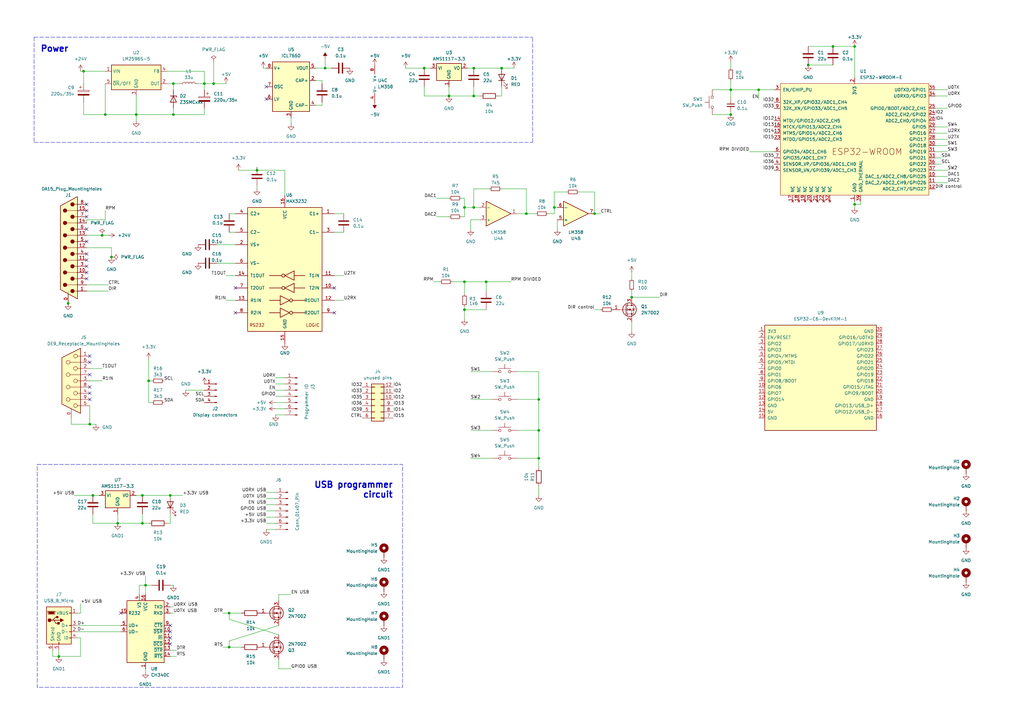
<source format=kicad_sch>
(kicad_sch (version 20231120) (generator "eeschema") (generator_version "8.0")
  (paper "A3")
  (title_block (title "BLDC_driver") (company "Hubert Kolano"))
  (junction (at 341.63 19.05))
  (junction (at 59.69 240.03))
  (junction (at 220.98 187.96))
  (junction (at 243.84 87.63))
  (junction (at 173.99 27.94))
  (junction (at 71.12 46.99))
  (junction (at 190.5 85.09))
  (junction (at 190.5 115.57))
  (junction (at 58.42 214.63))
  (junction (at 194.31 85.09))
  (junction (at 105.41 69.85))
  (junction (at 69.85 203.2))
  (junction (at 41.91 96.52))
  (junction (at 87.63 34.29))
  (junction (at 38.1 203.2))
  (junction (at 60.96 156.21))
  (junction (at 83.82 34.29))
  (junction (at 259.08 121.92))
  (junction (at 133.35 27.94))
  (junction (at 220.98 176.53))
  (junction (at 311.15 36.83))
  (junction (at 350.52 19.05))
  (junction (at 71.12 34.29))
  (junction (at 27.94 124.46))
  (junction (at 299.72 46.99))
  (junction (at 45.72 105.41))
  (junction (at 215.9 87.63))
  (junction (at 184.15 39.37))
  (junction (at 350.52 83.82))
  (junction (at 299.72 36.83))
  (junction (at 194.31 27.94))
  (junction (at 55.88 46.99))
  (junction (at 24.13 269.24))
  (junction (at 227.33 85.09))
  (junction (at 48.26 214.63))
  (junction (at 194.31 39.37))
  (junction (at 34.29 29.21))
  (junction (at 36.83 173.99))
  (junction (at 190.5 127))
  (junction (at 93.98 265.43))
  (junction (at 331.47 26.67))
  (junction (at 58.42 203.2))
  (junction (at 43.18 46.99))
  (junction (at 199.39 115.57))
  (junction (at 93.98 251.46))
  (junction (at 205.74 27.94))
  (junction (at 220.98 163.83))
  (no_connect (at 137.16 118.11))
  (no_connect (at 35.56 93.98))
  (no_connect (at 96.52 118.11))
  (no_connect (at 36.83 148.59))
  (no_connect (at 36.83 161.29))
  (no_connect (at 35.56 86.36))
  (no_connect (at 35.56 111.76))
  (no_connect (at 35.56 99.06))
  (no_connect (at 36.83 163.83))
  (no_connect (at 35.56 88.9))
  (no_connect (at 137.16 128.27))
  (no_connect (at 49.53 251.46))
  (no_connect (at 35.56 114.3))
  (no_connect (at 36.83 146.05))
  (no_connect (at 69.85 259.08))
  (no_connect (at 36.83 158.75))
  (no_connect (at 96.52 128.27))
  (no_connect (at 69.85 256.54))
  (no_connect (at 35.56 109.22))
  (no_connect (at 109.22 40.64))
  (no_connect (at 35.56 83.82))
  (no_connect (at 69.85 261.62))
  (no_connect (at 35.56 104.14))
  (no_connect (at 109.22 35.56))
  (no_connect (at 35.56 106.68))
  (no_connect (at 69.85 264.16))
  (no_connect (at 36.83 153.67))
  (wire (pts (xy 93.98 254) (xy 114.3 260.35)))
  (wire (pts (xy 215.9 87.63) (xy 219.71 87.63)))
  (wire (pts (xy 87.63 34.29) (xy 92.71 34.29)))
  (wire (pts (xy 204.47 39.37) (xy 205.74 39.37)))
  (wire (pts (xy 21.59 269.24) (xy 24.13 269.24)))
  (wire (pts (xy 72.39 266.7) (xy 69.85 266.7)))
  (wire (pts (xy 55.88 39.37) (xy 55.88 46.99)))
  (wire (pts (xy 299.72 33.02) (xy 299.72 36.83)))
  (wire (pts (xy 69.85 203.2) (xy 74.93 203.2)))
  (wire (pts (xy 133.35 27.94) (xy 135.89 27.94)))
  (wire (pts (xy 36.83 151.13) (xy 41.91 151.13)))
  (wire (pts (xy 137.16 113.03) (xy 140.97 113.03)))
  (wire (pts (xy 38.1 214.63) (xy 48.26 214.63)))
  (wire (pts (xy 109.22 207.01) (xy 113.03 207.01)))
  (wire (pts (xy 97.79 69.85) (xy 105.41 69.85)))
  (wire (pts (xy 243.84 87.63) (xy 243.84 78.74)))
  (wire (pts (xy 388.62 44.45) (xy 383.54 44.45)))
  (wire (pts (xy 96.52 95.25) (xy 93.98 95.25)))
  (wire (pts (xy 232.41 78.74) (xy 227.33 78.74)))
  (wire (pts (xy 190.5 115.57) (xy 199.39 115.57)))
  (wire (pts (xy 33.02 261.62) (xy 31.75 261.62)))
  (wire (pts (xy 60.96 147.32) (xy 60.96 156.21)))
  (wire (pts (xy 173.99 27.94) (xy 176.53 27.94)))
  (wire (pts (xy 116.84 80.01) (xy 116.84 69.85)))
  (wire (pts (xy 36.83 156.21) (xy 41.91 156.21)))
  (wire (pts (xy 57.15 240.03) (xy 59.69 240.03)))
  (wire (pts (xy 353.06 83.82) (xy 353.06 82.55)))
  (wire (pts (xy 383.54 69.85) (xy 388.62 69.85)))
  (wire (pts (xy 109.22 212.09) (xy 113.03 212.09)))
  (wire (pts (xy 68.58 214.63) (xy 69.85 214.63)))
  (wire (pts (xy 132.08 33.02) (xy 132.08 34.29)))
  (wire (pts (xy 193.04 187.96) (xy 201.93 187.96)))
  (wire (pts (xy 220.98 176.53) (xy 220.98 187.96)))
  (wire (pts (xy 114.3 246.38) (xy 114.3 243.84)))
  (wire (pts (xy 299.72 25.4) (xy 299.72 27.94)))
  (wire (pts (xy 194.31 27.94) (xy 205.74 27.94)))
  (wire (pts (xy 350.52 19.05) (xy 350.52 31.75)))
  (wire (pts (xy 383.54 74.93) (xy 388.62 74.93)))
  (wire (pts (xy 220.98 163.83) (xy 220.98 152.4)))
  (polyline (pts (xy 13.97 15.24) (xy 218.44 15.24)) (stroke (width 0) (type dash)))
  (wire (pts (xy 58.42 214.63) (xy 58.42 210.82)))
  (wire (pts (xy 194.31 85.09) (xy 196.85 85.09)))
  (wire (pts (xy 68.58 34.29) (xy 71.12 34.29)))
  (wire (pts (xy 140.97 87.63) (xy 137.16 87.63)))
  (wire (pts (xy 59.69 240.03) (xy 62.23 240.03)))
  (wire (pts (xy 31.75 259.08) (xy 49.53 259.08)))
  (wire (pts (xy 113.03 165.1) (xy 116.84 165.1)))
  (polyline (pts (xy 218.44 58.42) (xy 218.44 15.24)) (stroke (width 0) (type dash)))
  (wire (pts (xy 179.07 81.28) (xy 184.15 81.28)))
  (wire (pts (xy 205.74 27.94) (xy 210.82 27.94)))
  (wire (pts (xy 31.75 256.54) (xy 49.53 256.54)))
  (wire (pts (xy 36.83 173.99) (xy 36.83 166.37)))
  (wire (pts (xy 199.39 115.57) (xy 209.55 115.57)))
  (wire (pts (xy 113.03 160.02) (xy 116.84 160.02)))
  (wire (pts (xy 129.54 33.02) (xy 132.08 33.02)))
  (wire (pts (xy 212.09 187.96) (xy 220.98 187.96)))
  (wire (pts (xy 383.54 36.83) (xy 388.62 36.83)))
  (wire (pts (xy 190.5 125.73) (xy 190.5 127)))
  (wire (pts (xy 224.79 87.63) (xy 227.33 87.63)))
  (wire (pts (xy 350.52 82.55) (xy 350.52 83.82)))
  (wire (pts (xy 311.15 40.64) (xy 311.15 36.83)))
  (wire (pts (xy 184.15 39.37) (xy 194.31 39.37)))
  (wire (pts (xy 317.5 62.23) (xy 307.34 62.23)))
  (wire (pts (xy 194.31 39.37) (xy 196.85 39.37)))
  (wire (pts (xy 166.37 27.94) (xy 173.99 27.94)))
  (wire (pts (xy 71.12 44.45) (xy 71.12 46.99)))
  (wire (pts (xy 31.75 251.46) (xy 33.02 251.46)))
  (wire (pts (xy 383.54 64.77) (xy 386.08 64.77)))
  (wire (pts (xy 193.04 152.4) (xy 201.93 152.4)))
  (wire (pts (xy 93.98 262.89) (xy 114.3 256.54)))
  (wire (pts (xy 34.29 46.99) (xy 43.18 46.99)))
  (wire (pts (xy 227.33 78.74) (xy 227.33 85.09)))
  (wire (pts (xy 29.21 171.45) (xy 29.21 173.99)))
  (wire (pts (xy 205.74 39.37) (xy 205.74 35.56)))
  (wire (pts (xy 72.39 269.24) (xy 69.85 269.24)))
  (wire (pts (xy 92.71 123.19) (xy 96.52 123.19)))
  (wire (pts (xy 76.2 160.02) (xy 83.82 160.02)))
  (wire (pts (xy 35.56 116.84) (xy 44.45 116.84)))
  (wire (pts (xy 114.3 243.84) (xy 119.38 243.84)))
  (wire (pts (xy 71.12 46.99) (xy 83.82 46.99)))
  (wire (pts (xy 96.52 107.95) (xy 88.9 107.95)))
  (wire (pts (xy 113.03 162.56) (xy 116.84 162.56)))
  (wire (pts (xy 38.1 210.82) (xy 38.1 214.63)))
  (wire (pts (xy 35.56 96.52) (xy 41.91 96.52)))
  (wire (pts (xy 33.02 261.62) (xy 33.02 269.24)))
  (wire (pts (xy 60.96 156.21) (xy 62.23 156.21)))
  (wire (pts (xy 96.52 100.33) (xy 88.9 100.33)))
  (wire (pts (xy 243.84 78.74) (xy 237.49 78.74)))
  (wire (pts (xy 228.6 90.17) (xy 228.6 93.98)))
  (wire (pts (xy 69.85 214.63) (xy 69.85 210.82)))
  (wire (pts (xy 388.62 39.37) (xy 383.54 39.37)))
  (wire (pts (xy 193.04 176.53) (xy 201.93 176.53)))
  (wire (pts (xy 30.48 203.2) (xy 38.1 203.2)))
  (wire (pts (xy 199.39 115.57) (xy 199.39 119.38)))
  (wire (pts (xy 55.88 46.99) (xy 55.88 49.53)))
  (wire (pts (xy 45.72 101.6) (xy 45.72 105.41)))
  (polyline (pts (xy 13.97 58.42) (xy 218.44 58.42)) (stroke (width 0) (type dash)))
  (wire (pts (xy 200.66 77.47) (xy 194.31 77.47)))
  (wire (pts (xy 383.54 52.07) (xy 388.62 52.07)))
  (wire (pts (xy 177.8 115.57) (xy 180.34 115.57)))
  (wire (pts (xy 105.41 69.85) (xy 116.84 69.85)))
  (wire (pts (xy 220.98 187.96) (xy 220.98 191.77)))
  (wire (pts (xy 58.42 214.63) (xy 60.96 214.63)))
  (wire (pts (xy 34.29 29.21) (xy 43.18 29.21)))
  (wire (pts (xy 114.3 274.32) (xy 119.38 274.32)))
  (wire (pts (xy 21.59 266.7) (xy 21.59 269.24)))
  (wire (pts (xy 41.91 96.52) (xy 44.45 96.52)))
  (wire (pts (xy 259.08 121.92) (xy 270.51 121.92)))
  (wire (pts (xy 71.12 34.29) (xy 71.12 36.83)))
  (wire (pts (xy 331.47 19.05) (xy 341.63 19.05)))
  (wire (pts (xy 93.98 265.43) (xy 99.06 265.43)))
  (wire (pts (xy 105.41 77.47) (xy 105.41 76.2)))
  (wire (pts (xy 83.82 44.45) (xy 83.82 46.99)))
  (wire (pts (xy 60.96 156.21) (xy 60.96 165.1)))
  (wire (pts (xy 113.03 170.18) (xy 116.84 170.18)))
  (wire (pts (xy 93.98 251.46) (xy 99.06 251.46)))
  (wire (pts (xy 38.1 203.2) (xy 40.64 203.2)))
  (wire (pts (xy 33.02 247.65) (xy 33.02 251.46)))
  (wire (pts (xy 194.31 39.37) (xy 194.31 35.56)))
  (wire (pts (xy 43.18 86.36) (xy 43.18 90.17)))
  (wire (pts (xy 81.28 34.29) (xy 83.82 34.29)))
  (wire (pts (xy 341.63 19.05) (xy 350.52 19.05)))
  (wire (pts (xy 299.72 36.83) (xy 299.72 40.64)))
  (wire (pts (xy 191.77 27.94) (xy 194.31 27.94)))
  (wire (pts (xy 311.15 36.83) (xy 317.5 36.83)))
  (wire (pts (xy 57.15 243.84) (xy 57.15 240.03)))
  (wire (pts (xy 33.02 269.24) (xy 24.13 269.24)))
  (wire (pts (xy 383.54 72.39) (xy 388.62 72.39)))
  (wire (pts (xy 383.54 67.31) (xy 386.08 67.31)))
  (wire (pts (xy 292.1 36.83) (xy 299.72 36.83)))
  (wire (pts (xy 24.13 266.7) (xy 24.13 269.24)))
  (wire (pts (xy 173.99 39.37) (xy 184.15 39.37)))
  (wire (pts (xy 69.85 251.46) (xy 71.12 251.46)))
  (wire (pts (xy 113.03 167.64) (xy 116.84 167.64)))
  (wire (pts (xy 109.22 201.93) (xy 113.03 201.93)))
  (wire (pts (xy 299.72 36.83) (xy 311.15 36.83)))
  (wire (pts (xy 196.85 90.17) (xy 193.04 90.17)))
  (wire (pts (xy 220.98 199.39) (xy 220.98 203.2)))
  (wire (pts (xy 140.97 95.25) (xy 137.16 95.25)))
  (wire (pts (xy 105.41 69.85) (xy 105.41 68.58)))
  (wire (pts (xy 109.22 214.63) (xy 113.03 214.63)))
  (wire (pts (xy 132.08 43.18) (xy 132.08 41.91)))
  (wire (pts (xy 36.83 173.99) (xy 39.37 173.99)))
  (wire (pts (xy 383.54 59.69) (xy 388.62 59.69)))
  (wire (pts (xy 299.72 45.72) (xy 299.72 46.99)))
  (wire (pts (xy 71.12 34.29) (xy 73.66 34.29)))
  (wire (pts (xy 113.03 157.48) (xy 116.84 157.48)))
  (wire (pts (xy 55.88 203.2) (xy 58.42 203.2)))
  (wire (pts (xy 133.35 24.13) (xy 133.35 27.94)))
  (wire (pts (xy 35.56 119.38) (xy 44.45 119.38)))
  (wire (pts (xy 215.9 87.63) (xy 212.09 87.63)))
  (wire (pts (xy 190.5 127) (xy 190.5 130.81)))
  (wire (pts (xy 60.96 165.1) (xy 62.23 165.1)))
  (wire (pts (xy 193.04 163.83) (xy 201.93 163.83)))
  (wire (pts (xy 190.5 88.9) (xy 190.5 85.09)))
  (wire (pts (xy 173.99 35.56) (xy 173.99 39.37)))
  (wire (pts (xy 350.52 83.82) (xy 350.52 85.09)))
  (wire (pts (xy 68.58 29.21) (xy 83.82 29.21)))
  (wire (pts (xy 212.09 163.83) (xy 220.98 163.83)))
  (wire (pts (xy 383.54 54.61) (xy 388.62 54.61)))
  (wire (pts (xy 113.03 154.94) (xy 116.84 154.94)))
  (wire (pts (xy 33.02 29.21) (xy 34.29 29.21)))
  (wire (pts (xy 59.69 274.32) (xy 59.69 275.59)))
  (wire (pts (xy 190.5 115.57) (xy 190.5 120.65)))
  (wire (pts (xy 109.22 217.17) (xy 113.03 217.17)))
  (wire (pts (xy 199.39 127) (xy 190.5 127)))
  (wire (pts (xy 58.42 203.2) (xy 69.85 203.2)))
  (wire (pts (xy 29.21 173.99) (xy 36.83 173.99)))
  (wire (pts (xy 55.88 46.99) (xy 71.12 46.99)))
  (wire (pts (xy 87.63 25.4) (xy 87.63 34.29)))
  (wire (pts (xy 83.82 34.29) (xy 87.63 34.29)))
  (wire (pts (xy 83.82 34.29) (xy 83.82 36.83)))
  (wire (pts (xy 205.74 77.47) (xy 215.9 77.47)))
  (wire (pts (xy 92.71 113.03) (xy 96.52 113.03)))
  (wire (pts (xy 212.09 176.53) (xy 220.98 176.53)))
  (wire (pts (xy 179.07 88.9) (xy 184.15 88.9)))
  (wire (pts (xy 109.22 204.47) (xy 113.03 204.47)))
  (wire (pts (xy 27.94 119.38) (xy 27.94 124.46)))
  (wire (pts (xy 228.6 85.09) (xy 227.33 85.09)))
  (wire (pts (xy 259.08 119.38) (xy 259.08 121.92)))
  (wire (pts (xy 96.52 87.63) (xy 93.98 87.63)))
  (wire (pts (xy 91.44 265.43) (xy 93.98 265.43)))
  (wire (pts (xy 69.85 248.92) (xy 71.12 248.92)))
  (wire (pts (xy 43.18 90.17) (xy 35.56 90.17)))
  (wire (pts (xy 227.33 87.63) (xy 227.33 85.09)))
  (wire (pts (xy 83.82 29.21) (xy 83.82 34.29)))
  (wire (pts (xy 59.69 240.03) (xy 59.69 243.84)))
  (wire (pts (xy 189.23 88.9) (xy 190.5 88.9)))
  (wire (pts (xy 48.26 214.63) (xy 58.42 214.63)))
  (wire (pts (xy 59.69 236.22) (xy 59.69 240.03)))
  (wire (pts (xy 194.31 77.47) (xy 194.31 85.09)))
  (wire (pts (xy 91.44 251.46) (xy 93.98 251.46)))
  (wire (pts (xy 184.15 35.56) (xy 184.15 39.37)))
  (wire (pts (xy 43.18 46.99) (xy 55.88 46.99)))
  (polyline (pts (xy 13.97 15.24) (xy 13.97 58.42)) (stroke (width 0) (type dash)))
  (wire (pts (xy 119.38 48.26) (xy 119.38 50.8)))
  (wire (pts (xy 137.16 123.19) (xy 140.97 123.19)))
  (wire (pts (xy 259.08 111.76) (xy 259.08 114.3)))
  (wire (pts (xy 220.98 152.4) (xy 212.09 152.4)))
  (wire (pts (xy 93.98 251.46) (xy 93.98 254)))
  (wire (pts (xy 109.22 209.55) (xy 113.03 209.55)))
  (wire (pts (xy 331.47 26.67) (xy 341.63 26.67)))
  (wire (pts (xy 259.08 132.08) (xy 259.08 135.89)))
  (wire (pts (xy 129.54 43.18) (xy 132.08 43.18)))
  (wire (pts (xy 243.84 127) (xy 246.38 127)))
  (wire (pts (xy 34.29 29.21) (xy 34.29 34.29)))
  (wire (pts (xy 35.56 90.17) (xy 35.56 91.44)))
  (wire (pts (xy 35.56 101.6) (xy 45.72 101.6)))
  (wire (pts (xy 107.95 27.94) (xy 109.22 27.94)))
  (wire (pts (xy 215.9 77.47) (xy 215.9 87.63)))
  (wire (pts (xy 243.84 87.63) (xy 246.38 87.63)))
  (wire (pts (xy 190.5 81.28) (xy 190.5 85.09)))
  (wire (pts (xy 292.1 46.99) (xy 299.72 46.99)))
  (wire (pts (xy 189.23 81.28) (xy 190.5 81.28)))
  (wire (pts (xy 220.98 176.53) (xy 220.98 163.83)))
  (wire (pts (xy 48.26 210.82) (xy 48.26 214.63)))
  (wire (pts (xy 114.3 270.51) (xy 114.3 274.32)))
  (wire (pts (xy 383.54 62.23) (xy 388.62 62.23)))
  (wire (pts (xy 190.5 85.09) (xy 194.31 85.09)))
  (wire (pts (xy 185.42 115.57) (xy 190.5 115.57)))
  (wire (pts (xy 383.54 57.15) (xy 388.62 57.15)))
  (wire (pts (xy 34.29 41.91) (xy 34.29 46.99)))
  (wire (pts (xy 71.12 240.03) (xy 69.85 240.03)))
  (wire (pts (xy 93.98 265.43) (xy 93.98 262.89)))
  (wire (pts (xy 43.18 34.29) (xy 43.18 46.99)))
  (wire (pts (xy 193.04 90.17) (xy 193.04 93.98)))
  (wire (pts (xy 350.52 83.82) (xy 353.06 83.82)))
  (wire (pts (xy 129.54 27.94) (xy 133.35 27.94)))
  (rectangle (start 15.24 190.5) (end 165.1 281.94) (stroke (width 0) (type dash)))
  (rectangle (start 153.67 278.13) (end 153.67 278.13))
  (text "USB programmer\ncircuit" (at 161.29 204.47 0) (effects (font (size 2.5 2.5) (thickness 0.5) (bold yes)) (justify right bottom)))
  (text "Power" (at 16.51 21.59 0) (effects (font (size 2.5 2.5) (thickness 0.5) (bold yes)) (justify left bottom)))
  (label "+5V USB" (at 30.48 203.2 180))
  (label "EN" (at 311.15 40.64 180))
  (label "RPM" (at 177.8 115.57 180))
  (label "CTRL" (at 246.38 87.63 0))
  (label "RPM" (at 43.18 86.36 0))
  (label "DAC2" (at 179.07 88.9 180))
  (label "EN" (at 113.03 160.02 180))
  (label "U0RX USB" (at 71.12 248.92 0))
  (label "IO4" (at 161.29 158.75 0))
  (label "DAC1" (at 179.07 81.28 180))
  (label "DIR control" (at 383.54 77.47 0))
  (label "D-" (at 31.75 259.08 0))
  (label "IO15" (at 161.29 171.45 0))
  (label "SW4" (at 193.04 187.96 0))
  (label "U2TX" (at 140.97 113.03 0))
  (label "SDA" (at 83.82 165.1 180))
  (label "RPM DIVIDED" (at 209.55 115.57 0))
  (label "DAC2" (at 388.62 74.93 0))
  (label "U2RX" (at 140.97 123.19 0))
  (label "IO35" (at 317.5 64.77 180))
  (label "DIR" (at 44.45 119.38 0))
  (label "IO33" (at 317.5 44.45 180))
  (label "IO2" (at 383.54 46.99 0))
  (label "T1OUT" (at 41.91 151.13 0))
  (label "RTS" (at 91.44 265.43 180))
  (label "IO35" (at 148.59 163.83 180))
  (label "IO32" (at 317.5 41.91 180))
  (label "IO39" (at 148.59 168.91 180))
  (label "U0RX USB" (at 109.22 201.93 180))
  (label "IO14" (at 317.5 54.61 180))
  (label "R1IN" (at 41.91 156.21 0))
  (label "T1OUT" (at 92.71 113.03 180))
  (label "SCL" (at 83.82 162.56 180))
  (label "GPIO0" (at 388.62 44.45 0))
  (label "SCL" (at 386.08 67.31 0))
  (label "SCL" (at 67.31 156.21 0))
  (label "IO2" (at 161.29 161.29 0))
  (label "SW3" (at 193.04 176.53 0))
  (label "RTS" (at 72.39 269.24 0))
  (label "U2TX" (at 388.62 57.15 0))
  (label "+5V USB" (at 33.02 247.65 0))
  (label "U0TX" (at 388.62 36.83 0))
  (label "R1IN" (at 92.71 123.19 180))
  (label "IO32" (at 148.59 158.75 180))
  (label "IO12" (at 161.29 163.83 0))
  (label "SW1" (at 193.04 152.4 0))
  (label "IO13" (at 161.29 166.37 0))
  (label "U0TX USB" (at 71.12 251.46 0))
  (label "DIR control" (at 243.84 127 180))
  (label "U0RX" (at 113.03 154.94 180))
  (label "U0TX USB" (at 109.22 204.47 180))
  (label "IO15" (at 317.5 57.15 180))
  (label "IO36" (at 317.5 67.31 180))
  (label "SW4" (at 388.62 52.07 0))
  (label "GPIO0" (at 113.03 162.56 180))
  (label "SW1" (at 388.62 59.69 0))
  (label "GPIO0 USB" (at 109.22 209.55 180))
  (label "U0RX" (at 388.62 39.37 0))
  (label "U0TX" (at 113.03 157.48 180))
  (label "RPM DIVIDED" (at 307.34 62.23 180))
  (label "DTR" (at 72.39 266.7 0))
  (label "IO13" (at 317.5 52.07 180))
  (label "EN USB" (at 109.22 207.01 180))
  (label "IO36" (at 148.59 166.37 180))
  (label "IO14" (at 161.29 168.91 0))
  (label "SW2" (at 193.04 163.83 0))
  (label "SW3" (at 388.62 62.23 0))
  (label "IO12" (at 317.5 49.53 180))
  (label "+3.3V USB" (at 109.22 214.63 180))
  (label "SDA" (at 67.31 165.1 0))
  (label "SW2" (at 388.62 69.85 0))
  (label "EN USB" (at 119.38 243.84 0))
  (label "IO4" (at 383.54 49.53 0))
  (label "+5V USB" (at 109.22 212.09 180))
  (label "IO39" (at 317.5 69.85 180))
  (label "SDA" (at 386.08 64.77 0))
  (label "GPIO0 USB" (at 119.38 274.32 0))
  (label "+3.3V USB" (at 74.93 203.2 0))
  (label "+3.3V USB" (at 59.69 236.22 180))
  (label "DAC1" (at 388.62 72.39 0))
  (label "DTR" (at 91.44 251.46 180))
  (label "CTRL" (at 44.45 116.84 0))
  (label "U2RX" (at 388.62 54.61 0))
  (label "DIR" (at 270.51 121.92 0))
  (label "CTRL" (at 148.59 171.45 180))
  (label "D+" (at 31.75 256.54 0))
  (label "IO33" (at 148.59 161.29 180))
  (symbol (lib_id "Connector:DE9_Receptacle_MountingHoles") (at 29.21 156.21 0) (mirror y) (unit 1)
    (property "Reference" "J5" (at 34.29 138.43 0))
    (property "Value" "DE9_Receptacle_MountingHoles" (at 34.29 140.97 0))
    (property "Footprint" "Connector_Dsub:DSUB-9_Female_Vertical_P2.77x2.84mm_MountingHoles" (effects (hide yes)))
  )
  (symbol (lib_id "Device:C") (at 66.04 240.03 90) (unit 1)
    (property "Reference" "C19" (at 66.04 232.41 90))
    (property "Value" "0.1u" (at 66.04 234.95 90))
    (property "Footprint" "Capacitor_SMD:C_0603_1608Metric_Pad1.08x0.95mm_HandSolder" (effects (hide yes)))
  )
  (symbol (lib_id "power:GND1") (at 157.48 242.57 0) (mirror y) (unit 1)
    (property "Reference" "#PWR042" (effects (hide yes)))
    (property "Value" "GND1" (at 157.48 247.65 0))
  )
  (symbol (lib_id "Device:R_Small") (at 259.08 116.84 0) (unit 1)
    (property "Reference" "R10" (at 261.62 115.5699 0) (effects (justify left)))
    (property "Value" "100" (at 261.62 118.1099 0) (effects (justify left)))
    (property "Footprint" "Resistor_SMD:R_0402_1005Metric_Pad0.72x0.64mm_HandSolder" (effects (hide yes)))
  )
  (symbol (lib_id "power:PWR_FLAG") (at 41.91 96.52 0) (unit 1)
    (property "Reference" "#FLG02" (effects (hide yes)))
    (property "Value" "PWR_FLAG" (at 41.91 91.44 0))
  )
  (symbol (lib_id "Device:C_Polarized") (at 34.29 38.1 0) (unit 1)
    (property "Reference" "C9" (at 30.48 35.9409 0) (effects (justify right)))
    (property "Value" "220u/35v" (at 30.48 38.4809 0) (effects (justify right)))
    (property "Footprint" "Capacitor_THT:CP_Radial_D8.0mm_P3.50mm" (effects (hide yes)))
  )
  (symbol (lib_id "PCM_Espressif:ESP32-WROOM-E") (at 350.52 57.15 0) (unit 1)
    (property "Reference" "U1" (at 352.7141 29.21 0) (effects (justify left)))
    (property "Value" "ESP32-WROOM-E" (at 352.7141 31.75 0) (effects (justify left)))
    (property "Footprint" "PCM_Espressif:ESP32-WROOM-32E" (effects (hide yes)))
    (property "Datasheet" "https://www.espressif.com/sites/default/files/documentation/esp32-wroom-32e_esp32-wroom-32ue_datasheet_en.pdf" (effects (hide yes)))
    (property "Description" "ESP32-WROOM-32E integrates ESP32-D0WD-V3, with higher stability and safety performance." (effects (hide yes)))
  )
  (symbol (lib_id "Device:R_Small") (at 182.88 115.57 90) (unit 1)
    (property "Reference" "R1" (at 182.88 110.49 90))
    (property "Value" "10k" (at 182.88 113.03 90))
    (property "Footprint" "Resistor_THT:R_Axial_DIN0207_L6.3mm_D2.5mm_P10.16mm_Horizontal" (effects (hide yes)))
  )
  (symbol (lib_id "Mechanical:MountingHole_Pad") (at 396.24 222.25 0) (mirror y) (unit 1)
    (property "Reference" "H3" (at 393.7 219.7099 0) (effects (justify left)))
    (property "Value" "MountingHole" (at 393.7 222.2499 0) (effects (justify left)))
    (property "Footprint" "MountingHole:MountingHole_3.2mm_M3_Pad_Via" (effects (hide yes)))
  )
  (symbol (lib_id "power:+3.3V") (at 299.72 25.4 0) (unit 1)
    (property "Reference" "#PWR03" (effects (hide yes)))
    (property "Value" "+3.3V" (at 299.72 21.59 0))
  )
  (symbol (lib_id "Device:R_Small") (at 234.95 78.74 90) (unit 1)
    (property "Reference" "R6" (at 234.95 73.66 90))
    (property "Value" "10k" (at 234.95 76.2 90))
    (property "Footprint" "Resistor_SMD:R_0402_1005Metric_Pad0.72x0.64mm_HandSolder" (effects (hide yes)))
  )
  (symbol (lib_id "power:GND") (at 220.98 203.2 0) (unit 1)
    (property "Reference" "#PWR034" (effects (hide yes)))
    (property "Value" "GND" (at 220.98 208.28 0))
  )
  (symbol (lib_id "Device:L") (at 77.47 34.29 90) (unit 1)
    (property "Reference" "L1" (at 77.47 29.21 90))
    (property "Value" "33u" (at 77.47 31.75 90))
    (property "Footprint" "Inductor_SMD:L_Coilcraft_MSS1278T-XXX" (effects (hide yes)))
  )
  (symbol (lib_id "Amplifier_Operational:LM358") (at 204.47 87.63 0) (mirror x) (unit 1)
    (property "Reference" "U4" (at 204.47 97.79 0))
    (property "Value" "LM358" (at 204.47 95.25 0))
    (property "Footprint" "Package_DIP:DIP-8_W7.62mm" (effects (hide yes)))
    (property "Datasheet" "http://www.ti.com/lit/ds/symlink/lm2904-n.pdf" (effects (hide yes)))
  )
  (symbol (lib_id "Connector:Conn_01x07_Pin") (at 118.11 209.55 0) (mirror y) (unit 1)
    (property "Reference" "J6" (at 113.03 196.85 0) (effects (justify right)))
    (property "Value" "Conn_01x07_Pin" (at 121.92 201.93 90) (effects (justify right)))
    (property "Footprint" "Connector_PinHeader_2.54mm:PinHeader_1x07_P2.54mm_Vertical" (effects (hide yes)))
  )
  (symbol (lib_id "Device:LED") (at 69.85 207.01 90) (unit 1)
    (property "Reference" "D3" (at 73.66 207.3275 90) (effects (justify right)))
    (property "Value" "RED" (at 73.66 209.8675 90) (effects (justify right)))
    (property "Footprint" "Diode_SMD:D_0603_1608Metric_Pad1.05x0.95mm_HandSolder" (effects (hide yes)))
  )
  (symbol (lib_id "power:+3.3V") (at 350.52 19.05 0) (unit 1)
    (property "Reference" "#PWR01" (effects (hide yes)))
    (property "Value" "+3.3V" (at 350.52 15.24 0))
  )
  (symbol (lib_id "power:GND") (at 81.28 100.33 0) (mirror y) (unit 1)
    (property "Reference" "#PWR024" (effects (hide yes)))
    (property "Value" "GND" (at 78.74 104.14 0) (effects (justify left)))
  )
  (symbol (lib_id "Device:R") (at 200.66 39.37 270) (unit 1)
    (property "Reference" "R4" (at 200.66 43.18 90))
    (property "Value" "10k" (at 200.66 45.72 90))
    (property "Footprint" "Resistor_SMD:R_0402_1005Metric_Pad0.72x0.64mm_HandSolder" (effects (hide yes)))
  )
  (symbol (lib_id "Regulator_Linear:AMS1117-3.3") (at 48.26 203.2 0) (unit 1)
    (property "Reference" "U7" (at 48.26 196.85 0))
    (property "Value" "AMS1117-3.3" (at 48.26 199.39 0))
    (property "Footprint" "Package_TO_SOT_SMD:SOT-223" (effects (hide yes)))
    (property "Datasheet" "http://www.advanced-monolithic.com/pdf/ds1117.pdf" (effects (hide yes)))
  )
  (symbol (lib_id "power:+3.3V") (at 97.79 69.85 0) (unit 1)
    (property "Reference" "#PWR018" (effects (hide yes)))
    (property "Value" "+3.3V" (at 97.79 64.77 0))
  )
  (symbol (lib_id "Diode:Z3SMCxxx") (at 71.12 40.64 270) (unit 1)
    (property "Reference" "D2" (at 73.66 39.3699 90) (effects (justify left)))
    (property "Value" "Z3SMCxxx" (at 73.66 41.9099 90) (effects (justify left)))
    (property "Footprint" "Diode_SMD:D_SMC" (effects (hide yes)))
    (property "Datasheet" "https://diotec.com/tl_files/diotec/files/pdf/datasheets/z3smc1.pdf" (effects (hide yes)))
    (property "Description" "3000mW Zener Diode, SMC(DO-214AB)" (effects (hide yes)))
  )
  (symbol (lib_id "power:GND1") (at 24.13 269.24 0) (unit 1)
    (property "Reference" "#PWR045" (effects (hide yes)))
    (property "Value" "GND1" (at 24.13 274.32 0))
  )
  (symbol (lib_id "power:GND1") (at 59.69 275.59 0) (unit 1)
    (property "Reference" "#PWR050" (effects (hide yes)))
    (property "Value" "GND1" (at 59.69 280.67 0))
  )
  (symbol (lib_id "Device:C") (at 93.98 91.44 0) (mirror y) (unit 1)
    (property "Reference" "C13" (at 91.44 88.9 0) (effects (justify left)))
    (property "Value" "0.1u" (at 91.44 91.44 0) (effects (justify left)))
    (property "Footprint" "Capacitor_SMD:C_0603_1608Metric_Pad1.08x0.95mm_HandSolder" (effects (hide yes)))
  )
  (symbol (lib_id "Mechanical:MountingHole_Pad") (at 396.24 207.01 0) (mirror y) (unit 1)
    (property "Reference" "H2" (at 393.7 204.4699 0) (effects (justify left)))
    (property "Value" "MountingHole" (at 393.7 207.0099 0) (effects (justify left)))
    (property "Footprint" "MountingHole:MountingHole_3.2mm_M3_Pad_Via" (effects (hide yes)))
  )
  (symbol (lib_id "Device:C") (at 194.31 31.75 0) (unit 1)
    (property "Reference" "C5" (at 198.12 30.48 0) (effects (justify left)))
    (property "Value" "22u" (at 198.12 33.02 0) (effects (justify left)))
    (property "Footprint" "Capacitor_SMD:C_0805_2012Metric_Pad1.18x1.45mm_HandSolder" (effects (hide yes)))
  )
  (symbol (lib_id "Device:C") (at 85.09 107.95 270) (mirror x) (unit 1)
    (property "Reference" "C16" (at 88.9 104.14 90))
    (property "Value" "0.1u" (at 88.9 106.68 90))
    (property "Footprint" "Capacitor_SMD:C_0603_1608Metric_Pad1.08x0.95mm_HandSolder" (effects (hide yes)))
  )
  (symbol (lib_id "power:GND") (at 350.52 85.09 0) (unit 1)
    (property "Reference" "#PWR020" (effects (hide yes)))
    (property "Value" "GND" (at 350.52 90.17 0))
  )
  (symbol (lib_id "Device:R") (at 220.98 195.58 0) (unit 1)
    (property "Reference" "R11" (at 218.44 195.58 90))
    (property "Value" "10k" (at 215.9 195.58 90))
    (property "Footprint" "Resistor_SMD:R_0402_1005Metric_Pad0.72x0.64mm_HandSolder" (effects (hide yes)))
  )
  (symbol (lib_id "power:GND") (at 396.24 238.76 0) (mirror y) (unit 1)
    (property "Reference" "#PWR049" (effects (hide yes)))
    (property "Value" "GND" (at 396.24 243.84 0))
  )
  (symbol (lib_id "Device:C") (at 132.08 38.1 0) (unit 1)
    (property "Reference" "C8" (at 135.89 36.83 0) (effects (justify left)))
    (property "Value" "0.1u" (at 135.89 39.37 0) (effects (justify left)))
    (property "Footprint" "Capacitor_SMD:C_0603_1608Metric_Pad1.08x0.95mm_HandSolder" (effects (hide yes)))
  )
  (symbol (lib_id "power:GND1") (at 157.48 270.51 0) (mirror y) (unit 1)
    (property "Reference" "#PWR047" (effects (hide yes)))
    (property "Value" "GND1" (at 157.48 275.59 0))
  )
  (symbol (lib_id "Connector_Generic:Conn_02x06_Counter_Clockwise") (at 153.67 163.83 0) (unit 1)
    (property "Reference" "J4" (at 154.94 152.4 0))
    (property "Value" "unused pins" (at 154.94 154.94 0))
    (property "Footprint" "Connector_PinHeader_2.54mm:PinHeader_1x12_P2.54mm_Vertical" (effects (hide yes)))
    (property "Description" "Generic connector, double row, 02x06, counter clockwise pin numbering scheme (similar to DIP package numbering), script generated (kicad-library-utils/schlib/autogen/connector/)" (effects (hide yes)))
  )
  (symbol (lib_id "Device:R_Small") (at 299.72 30.48 0) (unit 1)
    (property "Reference" "R2" (at 301.625 29.845 0) (effects (justify left)))
    (property "Value" "10k" (at 301.625 31.75 0) (effects (justify left)))
    (property "Footprint" "Resistor_SMD:R_0402_1005Metric_Pad0.72x0.64mm_HandSolder" (effects (hide yes)))
  )
  (symbol (lib_id "Switch:SW_Push") (at 207.01 163.83 0) (unit 1)
    (property "Reference" "SW3" (at 207.01 156.21 0))
    (property "Value" "SW_Push" (at 207.01 158.75 0))
    (property "Footprint" "PCM_Espressif:SW_Push_1P1T_NO_CK_KSC6xxJ22" (effects (hide yes)))
    (property "Description" "Push button switch, generic, two pins" (effects (hide yes)))
  )
  (symbol (lib_id "power:+5V") (at 113.03 165.1 90) (unit 1)
    (property "Reference" "#PWR029" (effects (hide yes)))
    (property "Value" "+5V" (at 109.22 165.1 90) (effects (justify left)))
  )
  (symbol (lib_id "Device:R") (at 102.87 265.43 270) (unit 1)
    (property "Reference" "R15" (at 102.87 269.24 90))
    (property "Value" "10k" (at 102.87 271.78 90))
    (property "Footprint" "Resistor_SMD:R_0402_1005Metric_Pad0.72x0.64mm_HandSolder" (effects (hide yes)))
  )
  (symbol (lib_id "power:GND") (at 45.72 105.41 0) (mirror y) (unit 1)
    (property "Reference" "#PWR027" (effects (hide yes)))
    (property "Value" "GND" (at 45.72 110.49 0))
  )
  (symbol (lib_id "Mechanical:MountingHole_Pad") (at 157.48 240.03 0) (mirror y) (unit 1)
    (property "Reference" "H6" (at 154.94 237.4899 0) (effects (justify left)))
    (property "Value" "MountingHole" (at 154.94 240.0299 0) (effects (justify left)))
    (property "Footprint" "MountingHole:MountingHole_3.2mm_M3_Pad_Via" (effects (hide yes)))
  )
  (symbol (lib_id "power:GND1") (at 48.26 214.63 0) (unit 1)
    (property "Reference" "#PWR038" (effects (hide yes)))
    (property "Value" "GND1" (at 48.26 219.71 0))
  )
  (symbol (lib_id "power:GND") (at 396.24 194.31 0) (mirror y) (unit 1)
    (property "Reference" "#PWR043" (effects (hide yes)))
    (property "Value" "GND" (at 396.24 199.39 0))
  )
  (symbol (lib_id "power:GND1") (at 71.12 240.03 0) (unit 1)
    (property "Reference" "#PWR040" (effects (hide yes)))
    (property "Value" "GND1" (at 71.12 245.11 0))
  )
  (symbol (lib_id "power:GND") (at 184.15 39.37 0) (unit 1)
    (property "Reference" "#PWR012" (effects (hide yes)))
    (property "Value" "GND" (at 184.15 44.45 0))
  )
  (symbol (lib_id "power:+5V") (at 166.37 27.94 0) (unit 1)
    (property "Reference" "#PWR08" (effects (hide yes)))
    (property "Value" "+5V" (at 166.37 22.86 0))
  )
  (symbol (lib_id "Mechanical:MountingHole_Pad") (at 396.24 191.77 0) (mirror y) (unit 1)
    (property "Reference" "H1" (at 393.7 189.2299 0) (effects (justify left)))
    (property "Value" "MountingHole" (at 393.7 191.7699 0) (effects (justify left)))
    (property "Footprint" "MountingHole:MountingHole_3.2mm_M3_Pad_Via" (effects (hide yes)))
  )
  (symbol (lib_id "Switch:SW_Push") (at 292.1 41.91 90) (unit 1)
    (property "Reference" "SW1" (at 288.29 40.6399 90) (effects (justify left)))
    (property "Value" "SW_Push" (at 288.29 43.1799 90) (effects (justify left)))
    (property "Footprint" "PCM_Espressif:SW_Push_1P1T_NO_CK_KSC6xxJ22" (effects (hide yes)))
    (property "Description" "Push button switch, generic, two pins" (effects (hide yes)))
  )
  (symbol (lib_id "Device:C_Polarized") (at 83.82 40.64 0) (mirror y) (unit 1)
    (property "Reference" "C11" (at 87.63 38.4809 0) (effects (justify right)))
    (property "Value" "220u/35v" (at 87.63 41.0209 0) (effects (justify right)))
    (property "Footprint" "Capacitor_THT:CP_Radial_D8.0mm_P3.50mm" (effects (hide yes)))
  )
  (symbol (lib_id "Device:C") (at 331.47 22.86 0) (unit 1)
    (property "Reference" "C1" (at 335.28 21.59 0) (effects (justify left)))
    (property "Value" "22u" (at 335.28 24.13 0) (effects (justify left)))
    (property "Footprint" "Capacitor_SMD:C_0805_2012Metric_Pad1.18x1.45mm_HandSolder" (effects (hide yes)))
  )
  (symbol (lib_id "power:-5V") (at 133.35 24.13 0) (unit 1)
    (property "Reference" "#PWR02" (effects (hide yes)))
    (property "Value" "-5V" (at 133.35 19.05 0))
  )
  (symbol (lib_id "power:+5V") (at 259.08 111.76 0) (unit 1)
    (property "Reference" "#PWR032" (effects (hide yes)))
    (property "Value" "+5V" (at 259.08 106.68 0))
  )
  (symbol (lib_id "Connector:USB_B_Micro") (at 24.13 256.54 0) (unit 1)
    (property "Reference" "J7" (at 24.13 243.84 0))
    (property "Value" "USB_B_Micro" (at 24.13 246.38 0))
    (property "Footprint" "Connector_USB:USB_Mini-B_Wuerth_65100516121_Horizontal" (effects (hide yes)))
  )
  (symbol (lib_id "power:GND") (at 190.5 130.81 0) (unit 1)
    (property "Reference" "#PWR013" (effects (hide yes)))
    (property "Value" "GND" (at 190.5 135.89 0))
  )
  (symbol (lib_id "power:GND") (at 39.37 173.99 0) (mirror y) (unit 1)
    (property "Reference" "#PWR037" (effects (hide yes)))
    (property "Value" "GND" (at 41.91 175.26 0) (effects (justify right)))
  )
  (symbol (lib_id "power:GND") (at 396.24 209.55 0) (mirror y) (unit 1)
    (property "Reference" "#PWR044" (effects (hide yes)))
    (property "Value" "GND" (at 396.24 214.63 0))
  )
  (symbol (lib_id "power:GND") (at 396.24 224.79 0) (mirror y) (unit 1)
    (property "Reference" "#PWR048" (effects (hide yes)))
    (property "Value" "GND" (at 396.24 229.87 0))
  )
  (symbol (lib_id "Device:C") (at 105.41 72.39 0) (unit 1)
    (property "Reference" "C12" (at 109.22 71.12 0) (effects (justify left)))
    (property "Value" "0.1u" (at 109.22 73.66 0) (effects (justify left)))
    (property "Footprint" "Capacitor_SMD:C_0603_1608Metric_Pad1.08x0.95mm_HandSolder" (effects (hide yes)))
  )
  (symbol (lib_id "Device:C") (at 140.97 91.44 0) (mirror y) (unit 1)
    (property "Reference" "C14" (at 144.78 90.17 0) (effects (justify right)))
    (property "Value" "0.1u" (at 144.78 92.71 0) (effects (justify right)))
    (property "Footprint" "Capacitor_SMD:C_0603_1608Metric_Pad1.08x0.95mm_HandSolder" (effects (hide yes)))
  )
  (symbol (lib_id "power:GND") (at 299.72 46.99 0) (unit 1)
    (property "Reference" "#PWR015" (effects (hide yes)))
    (property "Value" "GND" (at 299.72 50.8 0))
  )
  (symbol (lib_id "Switch:SW_Push") (at 207.01 152.4 0) (unit 1)
    (property "Reference" "SW2" (at 207.01 144.78 0))
    (property "Value" "SW_Push" (at 207.01 147.32 0))
    (property "Footprint" "PCM_Espressif:SW_Push_1P1T_NO_CK_KSC6xxJ22" (effects (hide yes)))
    (property "Description" "Push button switch, generic, two pins" (effects (hide yes)))
  )
  (symbol (lib_id "Device:R_Small") (at 186.69 88.9 90) (unit 1)
    (property "Reference" "R9" (at 186.69 83.82 90))
    (property "Value" "10k" (at 186.69 86.36 90))
    (property "Footprint" "Resistor_SMD:R_0402_1005Metric_Pad0.72x0.64mm_HandSolder" (effects (hide yes)))
  )
  (symbol (lib_id "power:+3.3V") (at 83.82 157.48 0) (unit 1)
    (property "Reference" "#PWR025" (effects (hide yes)))
    (property "Value" "+3.3V" (at 83.82 152.4 0))
  )
  (symbol (lib_id "Device:C_Small") (at 299.72 43.18 0) (unit 1)
    (property "Reference" "C10" (at 302.26 41.9163 0) (effects (justify left)))
    (property "Value" "0.1u" (at 302.26 44.4563 0) (effects (justify left)))
    (property "Footprint" "Capacitor_SMD:C_0603_1608Metric_Pad1.08x0.95mm_HandSolder" (effects (hide yes)))
  )
  (symbol (lib_id "power:GND") (at 119.38 50.8 0) (unit 1)
    (property "Reference" "#PWR017" (effects (hide yes)))
    (property "Value" "GND" (at 119.38 55.88 0))
  )
  (symbol (lib_id "Device:C") (at 38.1 207.01 0) (unit 1)
    (property "Reference" "C17" (at 31.75 205.74 0) (effects (justify left)))
    (property "Value" "22u" (at 31.75 208.28 0) (effects (justify left)))
    (property "Footprint" "Capacitor_SMD:C_0805_2012Metric_Pad1.18x1.45mm_HandSolder" (effects (hide yes)))
  )
  (symbol (lib_id "power:GND") (at 228.6 93.98 0) (unit 1)
    (property "Reference" "#PWR023" (effects (hide yes)))
    (property "Value" "GND" (at 228.6 99.06 0))
  )
  (symbol (lib_id "power:PWR_FLAG") (at 87.63 25.4 0) (unit 1)
    (property "Reference" "#FLG01" (effects (hide yes)))
    (property "Value" "PWR_FLAG" (at 87.63 20.32 0))
  )
  (symbol (lib_id "Device:C") (at 341.63 22.86 0) (unit 1)
    (property "Reference" "C2" (at 345.44 21.59 0) (effects (justify left)))
    (property "Value" "0.1u" (at 345.44 24.13 0) (effects (justify left)))
    (property "Footprint" "Capacitor_SMD:C_0603_1608Metric_Pad1.08x0.95mm_HandSolder" (effects (hide yes)))
  )
  (symbol (lib_id "Mechanical:MountingHole_Pad") (at 157.48 267.97 0) (mirror y) (unit 1)
    (property "Reference" "H8" (at 154.94 265.4299 0) (effects (justify left)))
    (property "Value" "MountingHole" (at 154.94 267.9699 0) (effects (justify left)))
    (property "Footprint" "MountingHole:MountingHole_3.2mm_M3_Pad_Via" (effects (hide yes)))
  )
  (symbol (lib_id "power:+3.3V") (at 60.96 147.32 0) (unit 1)
    (property "Reference" "#PWR051" (effects (hide yes)))
    (property "Value" "+3.3V" (at 60.96 142.24 0))
  )
  (symbol (lib_id "Device:R_Small") (at 203.2 77.47 90) (unit 1)
    (property "Reference" "R5" (at 203.2 72.39 90))
    (property "Value" "7k5" (at 203.2 74.93 90))
    (property "Footprint" "Resistor_SMD:R_0402_1005Metric_Pad0.72x0.64mm_HandSolder" (effects (hide yes)))
  )
  (symbol (lib_id "Regulator_SwitchedCapacitor:ICL7660") (at 119.38 35.56 0) (unit 1)
    (property "Reference" "U5" (at 119.38 20.32 0))
    (property "Value" "ICL7660" (at 119.38 22.86 0))
    (property "Footprint" "Package_SO:PowerIntegrations_SO-8" (effects (hide yes)))
    (property "Datasheet" "http://datasheets.maximintegrated.com/en/ds/ICL7660-MAX1044.pdf" (effects (hide yes)))
  )
  (symbol (lib_id "Device:C") (at 173.99 31.75 0) (unit 1)
    (property "Reference" "C4" (at 167.64 30.48 0) (effects (justify left)))
    (property "Value" "22u" (at 167.64 33.02 0) (effects (justify left)))
    (property "Footprint" "Capacitor_SMD:C_0805_2012Metric_Pad1.18x1.45mm_HandSolder" (effects (hide yes)))
  )
  (symbol (lib_id "Device:R") (at 64.77 214.63 270) (unit 1)
    (property "Reference" "R13" (at 64.77 218.44 90))
    (property "Value" "10k" (at 64.77 220.98 90))
    (property "Footprint" "Resistor_SMD:R_0402_1005Metric_Pad0.72x0.64mm_HandSolder" (effects (hide yes)))
  )
  (symbol (lib_id "Connector:Conn_01x07_Pin") (at 121.92 162.56 0) (mirror y) (unit 1)
    (property "Reference" "J3" (at 128.27 157.48 90) (effects (justify right)))
    (property "Value" "Programmer IO" (at 125.73 157.48 90) (effects (justify right)))
    (property "Footprint" "Connector_PinHeader_2.54mm:PinHeader_1x07_P2.54mm_Vertical" (effects (hide yes)))
  )
  (symbol (lib_id "power:GND") (at 76.2 160.02 0) (unit 1)
    (property "Reference" "#PWR026" (effects (hide yes)))
    (property "Value" "GND" (at 76.2 157.48 0))
  )
  (symbol (lib_id "power:GND") (at 143.51 27.94 0) (unit 1)
    (property "Reference" "#PWR07" (effects (hide yes)))
    (property "Value" "GND" (at 143.51 33.02 0))
  )
  (symbol (lib_id "Amplifier_Operational:LM358") (at 156.21 34.29 0) (unit 3)
    (property "Reference" "U4" (at 154.94 33.0199 0) (effects (justify left)))
    (property "Value" "LM358" (at 154.94 35.5599 0) (effects (justify left)))
    (property "Footprint" "Package_DIP:DIP-8_W7.62mm" (effects (hide yes)))
    (property "Datasheet" "http://www.ti.com/lit/ds/symlink/lm2904-n.pdf" (effects (hide yes)))
  )
  (symbol (lib_id "Device:C") (at 85.09 100.33 270) (mirror x) (unit 1)
    (property "Reference" "C15" (at 88.9 96.52 90))
    (property "Value" "0.1u" (at 88.9 99.06 90))
    (property "Footprint" "Capacitor_SMD:C_0603_1608Metric_Pad1.08x0.95mm_HandSolder" (effects (hide yes)))
  )
  (symbol (lib_id "power:-5V") (at 153.67 41.91 180) (unit 1)
    (property "Reference" "#PWR014" (effects (hide yes)))
    (property "Value" "-5V" (at 153.67 46.99 0))
  )
  (symbol (lib_id "Mechanical:MountingHole_Pad") (at 157.48 254 0) (mirror y) (unit 1)
    (property "Reference" "H7" (at 154.94 251.4599 0) (effects (justify left)))
    (property "Value" "MountingHole" (at 154.94 253.9999 0) (effects (justify left)))
    (property "Footprint" "MountingHole:MountingHole_3.2mm_M3_Pad_Via" (effects (hide yes)))
  )
  (symbol (lib_id "power:+3.3V") (at 210.82 27.94 0) (unit 1)
    (property "Reference" "#PWR09" (effects (hide yes)))
    (property "Value" "+3.3V" (at 210.82 24.13 0))
  )
  (symbol (lib_id "power:GND") (at 81.28 107.95 0) (mirror y) (unit 1)
    (property "Reference" "#PWR028" (effects (hide yes)))
    (property "Value" "GND" (at 78.74 111.76 0) (effects (justify left)))
  )
  (symbol (lib_id "Regulator_Linear:AMS1117-3.3") (at 184.15 27.94 0) (unit 1)
    (property "Reference" "U3" (at 184.15 21.59 0))
    (property "Value" "AMS1117-3.3" (at 184.15 24.13 0))
    (property "Footprint" "Package_TO_SOT_SMD:SOT-223" (effects (hide yes)))
    (property "Datasheet" "http://www.advanced-monolithic.com/pdf/ds1117.pdf" (effects (hide yes)))
  )
  (symbol (lib_id "power:+5V") (at 153.67 26.67 0) (unit 1)
    (property "Reference" "#PWR04" (effects (hide yes)))
    (property "Value" "+5V" (at 153.67 22.86 0))
  )
  (symbol (lib_id "Device:R") (at 102.87 251.46 270) (unit 1)
    (property "Reference" "R14" (at 102.87 255.27 90))
    (property "Value" "10k" (at 102.87 257.81 90))
    (property "Footprint" "Resistor_SMD:R_0402_1005Metric_Pad0.72x0.64mm_HandSolder" (effects (hide yes)))
  )
  (symbol (lib_id "Device:LED") (at 205.74 31.75 90) (unit 1)
    (property "Reference" "D1" (at 209.55 32.0675 90) (effects (justify right)))
    (property "Value" "RED" (at 209.55 34.6075 90) (effects (justify right)))
    (property "Footprint" "Diode_SMD:D_0603_1608Metric_Pad1.05x0.95mm_HandSolder" (effects (hide yes)))
  )
  (symbol (lib_id "power:+3.3V") (at 113.03 167.64 90) (unit 1)
    (property "Reference" "#PWR030" (effects (hide yes)))
    (property "Value" "+3.3V" (at 109.22 167.64 90) (effects (justify left)))
  )
  (symbol (lib_id "power:GND1") (at 157.48 228.6 0) (mirror y) (unit 1)
    (property "Reference" "#PWR041" (effects (hide yes)))
    (property "Value" "GND1" (at 157.48 233.68 0))
  )
  (symbol (lib_id "Device:C") (at 139.7 27.94 270) (unit 1)
    (property "Reference" "C3" (at 139.7 20.32 90))
    (property "Value" "0.1u" (at 139.7 22.86 90))
    (property "Footprint" "Capacitor_SMD:C_0603_1608Metric_Pad1.08x0.95mm_HandSolder" (effects (hide yes)))
  )
  (symbol (lib_id "power:GND") (at 331.47 26.67 0) (unit 1)
    (property "Reference" "#PWR05" (effects (hide yes)))
    (property "Value" "GND" (at 331.47 31.75 0))
  )
  (symbol (lib_id "Device:C") (at 199.39 123.19 0) (unit 1) (exclude_from_sim yes) (in_bom no)
    (property "Reference" "C6" (at 203.2 121.92 0) (effects (justify left)))
    (property "Value" "22u" (at 203.2 124.46 0) (effects (justify left)))
    (property "Footprint" "Capacitor_SMD:C_0805_2012Metric_Pad1.18x1.45mm_HandSolder" (effects (hide yes)))
  )
  (symbol (lib_id "Interface_USB:CH340C") (at 59.69 259.08 0) (unit 1)
    (property "Reference" "U8" (at 61.8841 274.32 0) (effects (justify left)))
    (property "Value" "CH340C" (at 61.8841 276.86 0) (effects (justify left)))
    (property "Footprint" "Package_SO:SOIC-16_3.9x9.9mm_P1.27mm" (effects (hide yes)))
    (property "Datasheet" "https://datasheet.lcsc.com/szlcsc/Jiangsu-Qin-Heng-CH340C_C84681.pdf" (effects (hide yes)))
  )
  (symbol (lib_id "Transistor_FET:2N7002") (at 111.76 251.46 0) (unit 1)
    (property "Reference" "Q2" (at 118.11 250.1899 0) (effects (justify left)))
    (property "Value" "2N7002" (at 118.11 252.7299 0) (effects (justify left)))
    (property "Footprint" "Package_TO_SOT_SMD:SOT-23" (effects (hide yes)))
    (property "Datasheet" "https://www.onsemi.com/pub/Collateral/NDS7002A-D.PDF" (effects (hide yes)))
    (property "Description" "0.115A Id, 60V Vds, N-Channel MOSFET, SOT-23" (effects (hide yes)))
  )
  (symbol (lib_id "power:GND") (at 259.08 135.89 0) (unit 1)
    (property "Reference" "#PWR035" (effects (hide yes)))
    (property "Value" "GND" (at 259.08 140.97 0))
  )
  (symbol (lib_id "Switch:SW_Push") (at 207.01 176.53 0) (unit 1)
    (property "Reference" "SW4" (at 207.01 168.91 0))
    (property "Value" "SW_Push" (at 207.01 171.45 0))
    (property "Footprint" "PCM_Espressif:SW_Push_1P1T_NO_CK_KSC6xxJ22" (effects (hide yes)))
    (property "Description" "Push button switch, generic, two pins" (effects (hide yes)))
  )
  (symbol (lib_id "Device:R_Small") (at 64.77 165.1 90) (unit 1)
    (property "Reference" "R17" (at 64.77 160.02 90))
    (property "Value" "3k3" (at 64.77 162.56 90))
    (property "Footprint" "Resistor_SMD:R_0402_1005Metric_Pad0.72x0.64mm_HandSolder" (effects (hide yes)))
  )
  (symbol (lib_id "Device:R_Small") (at 248.92 127 90) (unit 1)
    (property "Reference" "R12" (at 248.92 121.92 90))
    (property "Value" "10k" (at 248.92 124.46 90))
    (property "Footprint" "Resistor_SMD:R_0402_1005Metric_Pad0.72x0.64mm_HandSolder" (effects (hide yes)))
  )
  (symbol (lib_id "power:GND") (at 193.04 93.98 0) (unit 1)
    (property "Reference" "#PWR022" (effects (hide yes)))
    (property "Value" "GND" (at 193.04 99.06 0))
  )
  (symbol (lib_id "Transistor_FET:2N7002") (at 256.54 127 0) (unit 1)
    (property "Reference" "Q1" (at 262.89 125.7299 0) (effects (justify left)))
    (property "Value" "2N7002" (at 262.89 128.2699 0) (effects (justify left)))
    (property "Footprint" "Package_TO_SOT_SMD:SOT-23" (effects (hide yes)))
    (property "Datasheet" "https://www.onsemi.com/pub/Collateral/NDS7002A-D.PDF" (effects (hide yes)))
    (property "Description" "0.115A Id, 60V Vds, N-Channel MOSFET, SOT-23" (effects (hide yes)))
  )
  (symbol (lib_id "power:GND") (at 116.84 140.97 0) (mirror y) (unit 1)
    (property "Reference" "#PWR036" (effects (hide yes)))
    (property "Value" "GND" (at 116.84 144.78 0))
  )
  (symbol (lib_id "Transistor_FET:2N7002") (at 111.76 265.43 0) (mirror x) (unit 1)
    (property "Reference" "Q3" (at 118.11 266.7001 0) (effects (justify left)))
    (property "Value" "2N7002" (at 118.11 264.1601 0) (effects (justify left)))
    (property "Footprint" "Package_TO_SOT_SMD:SOT-23" (effects (hide yes)))
    (property "Datasheet" "https://www.onsemi.com/pub/Collateral/NDS7002A-D.PDF" (effects (hide yes)))
    (property "Description" "0.115A Id, 60V Vds, N-Channel MOSFET, SOT-23" (effects (hide yes)))
  )
  (symbol (lib_id "Switch:SW_Push") (at 207.01 187.96 0) (unit 1)
    (property "Reference" "SW5" (at 207.01 180.34 0))
    (property "Value" "SW_Push" (at 207.01 182.88 0))
    (property "Footprint" "PCM_Espressif:SW_Push_1P1T_NO_CK_KSC6xxJ22" (effects (hide yes)))
    (property "Description" "Push button switch, generic, two pins" (effects (hide yes)))
  )
  (symbol (lib_id "power:PWR_FLAG") (at 45.72 105.41 270) (unit 1)
    (property "Reference" "#FLG03" (effects (hide yes)))
    (property "Value" "PWR_FLAG" (at 49.53 105.41 90) (effects (justify left)))
  )
  (symbol (lib_id "power:+5V") (at 92.71 34.29 0) (unit 1)
    (property "Reference" "#PWR011" (effects (hide yes)))
    (property "Value" "+5V" (at 92.71 30.48 0))
  )
  (symbol (lib_id "power:GND") (at 27.94 124.46 0) (mirror y) (unit 1)
    (property "Reference" "#PWR033" (effects (hide yes)))
    (property "Value" "GND" (at 27.94 129.54 0))
  )
  (symbol (lib_id "Connector:Conn_01x04_Pin") (at 88.9 160.02 0) (mirror y) (unit 1)
    (property "Reference" "J2" (at 88.265 167.64 0))
    (property "Value" "Display connectors" (at 88.265 170.18 0))
    (property "Footprint" "Connector_PinHeader_2.54mm:PinHeader_1x04_P2.54mm_Vertical" (effects (hide yes)))
  )
  (symbol (lib_id "Device:R_Small") (at 186.69 81.28 90) (unit 1)
    (property "Reference" "R7" (at 186.69 76.2 90))
    (property "Value" "10k" (at 186.69 78.74 90))
    (property "Footprint" "Resistor_SMD:R_0402_1005Metric_Pad0.72x0.64mm_HandSolder" (effects (hide yes)))
  )
  (symbol (lib_id "Amplifier_Operational:LM358") (at 236.22 87.63 0) (mirror x) (unit 2)
    (property "Reference" "U4" (at 236.22 97.79 0))
    (property "Value" "LM358" (at 236.22 95.25 0))
    (property "Footprint" "Package_DIP:DIP-8_W7.62mm" (effects (hide yes)))
    (property "Datasheet" "http://www.ti.com/lit/ds/symlink/lm2904-n.pdf" (effects (hide yes)))
  )
  (symbol (lib_id "PCM_Espressif:ESP32-C6-DevKitM-1") (at 336.55 153.67 0) (unit 1)
    (property "Reference" "U9" (at 336.55 128.27 0))
    (property "Value" "ESP32-C6-DevKitM-1" (at 336.55 130.81 0))
    (property "Footprint" "PCM_Espressif:ESP32-C6-DevKitM-1" (effects (hide yes)))
    (property "Datasheet" "https://docs.espressif.com/projects/espressif-esp-dev-kits/en/latest/esp32c6/esp32-c6-devkitm-1/index.html" (effects (hide yes)))
    (property "Description" "ESP32-C6-DevKitC-1" (effects (hide yes)))
  )
  (symbol (lib_id "Device:C") (at 58.42 207.01 0) (unit 1)
    (property "Reference" "C18" (at 62.23 205.74 0) (effects (justify left)))
    (property "Value" "22u" (at 62.23 208.28 0) (effects (justify left)))
    (property "Footprint" "Capacitor_SMD:C_0805_2012Metric_Pad1.18x1.45mm_HandSolder" (effects (hide yes)))
  )
  (symbol (lib_id "power:GND") (at 113.03 170.18 0) (unit 1)
    (property "Reference" "#PWR031" (effects (hide yes)))
    (property "Value" "GND" (at 114.3 173.99 0) (effects (justify right)))
  )
  (symbol (lib_id "Mechanical:MountingHole_Pad") (at 396.24 236.22 0) (mirror y) (unit 1)
    (property "Reference" "H4" (at 393.7 233.6799 0) (effects (justify left)))
    (property "Value" "MountingHole" (at 393.7 236.2199 0) (effects (justify left)))
    (property "Footprint" "MountingHole:MountingHole_3.2mm_M3_Pad_Via" (effects (hide yes)))
  )
  (symbol (lib_id "Connector:DA15_Plug_MountingHoles") (at 27.94 101.6 0) (mirror y) (unit 1)
    (property "Reference" "J1" (at 29.21 80.01 0) (effects (justify left)))
    (property "Value" "DA15_Plug_MountingHoles" (at 41.91 77.47 0) (effects (justify left)))
    (property "Footprint" "Connector_Dsub:DSUB-15_Female_Vertical_P2.77x2.84mm_MountingHoles" (effects (hide yes)))
  )
  (symbol (lib_id "power:GND") (at 105.41 77.47 0) (unit 1)
    (property "Reference" "#PWR019" (effects (hide yes)))
    (property "Value" "GND" (at 105.41 82.55 0))
  )
  (symbol (lib_id "Regulator_Switching:LM2596S-5") (at 55.88 31.75 0) (unit 1)
    (property "Reference" "U2" (at 55.88 21.59 0))
    (property "Value" "LM2596S-5" (at 55.88 24.13 0))
    (property "Footprint" "Package_TO_SOT_SMD:TO-263-5_TabPin3" (effects (hide yes)))
    (property "Datasheet" "http://www.ti.com/lit/ds/symlink/lm2596.pdf" (effects (hide yes)))
    (property "Description" "5V 3A Step-Down Voltage Regulator, TO-263" (effects (hide yes)))
  )
  (symbol (lib_id "Device:R_Small") (at 222.25 87.63 90) (unit 1)
    (property "Reference" "R8" (at 222.25 82.55 90))
    (property "Value" "10k" (at 222.25 85.09 90))
    (property "Footprint" "Resistor_SMD:R_0402_1005Metric_Pad0.72x0.64mm_HandSolder" (effects (hide yes)))
  )
  (symbol (lib_id "power:+24V") (at 44.45 96.52 270) (mirror x) (unit 1)
    (property "Reference" "#PWR021" (effects (hide yes)))
    (property "Value" "+24V" (at 48.26 96.52 90) (effects (justify left)))
  )
  (symbol (lib_id "power:+24V") (at 33.02 29.21 0) (mirror y) (unit 1)
    (property "Reference" "#PWR010" (effects (hide yes)))
    (property "Value" "+24V" (at 33.02 24.13 0))
  )
  (symbol (lib_id "power:+5V") (at 107.95 27.94 0) (unit 1)
    (property "Reference" "#PWR06" (effects (hide yes)))
    (property "Value" "+5V" (at 107.95 22.86 0))
  )
  (symbol (lib_id "Device:R_Small") (at 190.5 123.19 0) (unit 1)
    (property "Reference" "R3" (at 192.405 122.555 0) (effects (justify left)))
    (property "Value" "1k6" (at 192.405 124.46 0) (effects (justify left)))
    (property "Footprint" "Resistor_THT:R_Axial_DIN0207_L6.3mm_D2.5mm_P10.16mm_Horizontal" (effects (hide yes)))
  )
  (symbol (lib_id "power:GND1") (at 109.22 217.17 0) (unit 1)
    (property "Reference" "#PWR039" (effects (hide yes)))
    (property "Value" "GND1" (at 109.22 222.25 0))
  )
  (symbol (lib_id "power:GND1") (at 157.48 256.54 0) (mirror y) (unit 1)
    (property "Reference" "#PWR046" (effects (hide yes)))
    (property "Value" "GND1" (at 157.48 261.62 0))
  )
  (symbol (lib_id "Device:R_Small") (at 64.77 156.21 90) (unit 1)
    (property "Reference" "R16" (at 64.77 151.13 90))
    (property "Value" "3k3" (at 64.77 153.67 90))
    (property "Footprint" "Resistor_SMD:R_0402_1005Metric_Pad0.72x0.64mm_HandSolder" (effects (hide yes)))
  )
  (symbol (lib_id "Interface_UART:MAX3232") (at 116.84 110.49 0) (mirror y) (unit 1)
    (property "Reference" "U6" (at 117.1859 80.01 0) (effects (justify right)))
    (property "Value" "MAX3232" (at 117.1859 82.55 0) (effects (justify right)))
    (property "Footprint" "Package_SO:SOP-16_3.9x9.9mm_P1.27mm" (effects (hide yes)))
    (property "Datasheet" "https://datasheets.maximintegrated.com/en/ds/MAX3222-MAX3241.pdf" (effects (hide yes)))
  )
  (symbol (lib_id "Mechanical:MountingHole_Pad") (at 157.48 226.06 0) (mirror y) (unit 1)
    (property "Reference" "H5" (at 154.94 223.5199 0) (effects (justify left)))
    (property "Value" "MountingHole" (at 154.94 226.0599 0) (effects (justify left)))
    (property "Footprint" "MountingHole:MountingHole_3.2mm_M3_Pad_Via" (effects (hide yes)))
  )
  (symbol (lib_id "power:GND") (at 55.88 49.53 0) (unit 1)
    (property "Reference" "#PWR016" (effects (hide yes)))
    (property "Value" "GND" (at 55.88 54.61 0))
  )
)
</source>
